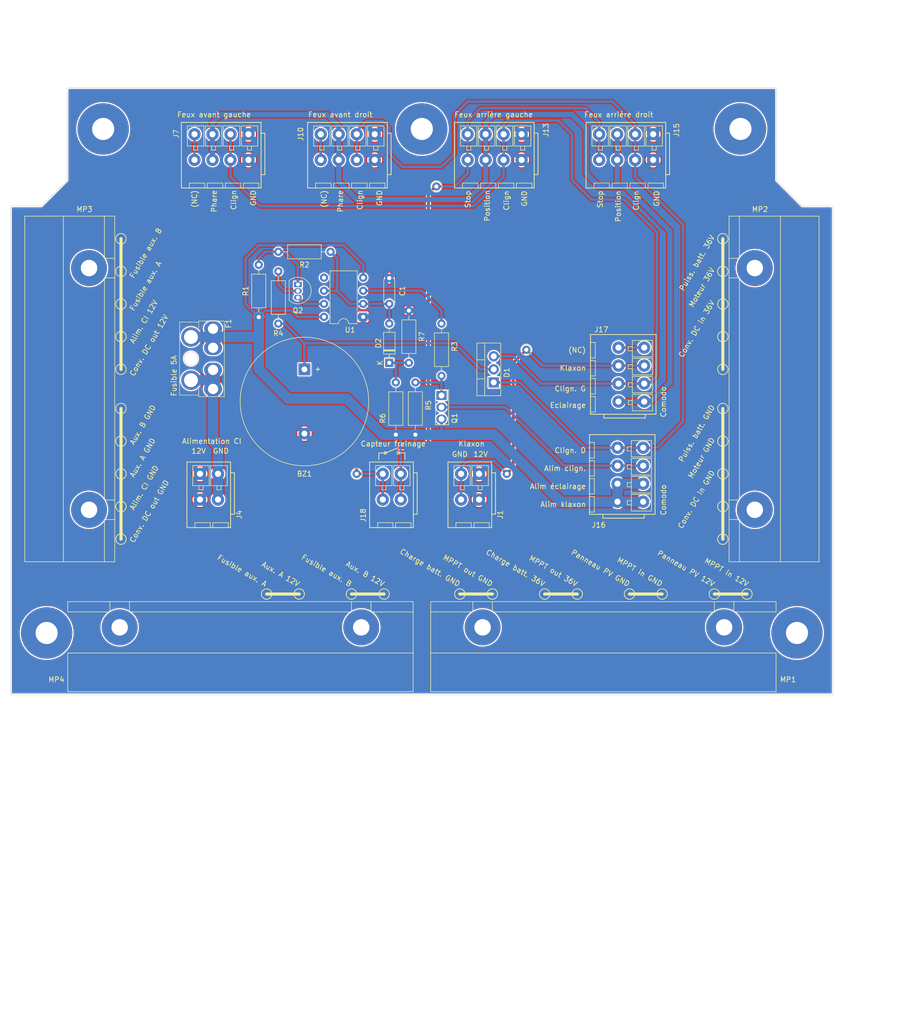
<source format=kicad_pcb>
(kicad_pcb (version 20211014) (generator pcbnew)

  (general
    (thickness 1.6)
  )

  (paper "A4")
  (layers
    (0 "F.Cu" signal)
    (31 "B.Cu" signal)
    (32 "B.Adhes" user "B.Adhesive")
    (33 "F.Adhes" user "F.Adhesive")
    (34 "B.Paste" user)
    (35 "F.Paste" user)
    (36 "B.SilkS" user "B.Silkscreen")
    (37 "F.SilkS" user "F.Silkscreen")
    (38 "B.Mask" user)
    (39 "F.Mask" user)
    (40 "Dwgs.User" user "User.Drawings")
    (41 "Cmts.User" user "User.Comments")
    (42 "Eco1.User" user "User.Eco1")
    (43 "Eco2.User" user "User.Eco2")
    (44 "Edge.Cuts" user)
    (45 "Margin" user)
    (46 "B.CrtYd" user "B.Courtyard")
    (47 "F.CrtYd" user "F.Courtyard")
    (48 "B.Fab" user)
    (49 "F.Fab" user)
    (50 "User.1" user)
    (51 "User.2" user)
    (52 "User.3" user)
    (53 "User.4" user)
    (54 "User.5" user)
    (55 "User.6" user)
    (56 "User.7" user)
    (57 "User.8" user)
    (58 "User.9" user)
  )

  (setup
    (stackup
      (layer "F.SilkS" (type "Top Silk Screen"))
      (layer "F.Paste" (type "Top Solder Paste"))
      (layer "F.Mask" (type "Top Solder Mask") (thickness 0.01))
      (layer "F.Cu" (type "copper") (thickness 0.035))
      (layer "dielectric 1" (type "core") (thickness 1.51) (material "FR4") (epsilon_r 4.5) (loss_tangent 0.02))
      (layer "B.Cu" (type "copper") (thickness 0.035))
      (layer "B.Mask" (type "Bottom Solder Mask") (thickness 0.01))
      (layer "B.Paste" (type "Bottom Solder Paste"))
      (layer "B.SilkS" (type "Bottom Silk Screen"))
      (copper_finish "None")
      (dielectric_constraints no)
    )
    (pad_to_mask_clearance 0)
    (pcbplotparams
      (layerselection 0x00010e0_ffffffff)
      (disableapertmacros false)
      (usegerberextensions false)
      (usegerberattributes true)
      (usegerberadvancedattributes true)
      (creategerberjobfile true)
      (svguseinch false)
      (svgprecision 6)
      (excludeedgelayer true)
      (plotframeref false)
      (viasonmask false)
      (mode 1)
      (useauxorigin false)
      (hpglpennumber 1)
      (hpglpenspeed 20)
      (hpglpendiameter 15.000000)
      (dxfpolygonmode true)
      (dxfimperialunits true)
      (dxfusepcbnewfont true)
      (psnegative false)
      (psa4output false)
      (plotreference true)
      (plotvalue true)
      (plotinvisibletext false)
      (sketchpadsonfab false)
      (subtractmaskfromsilk false)
      (outputformat 1)
      (mirror false)
      (drillshape 0)
      (scaleselection 1)
      (outputdirectory "")
    )
  )

  (net 0 "")
  (net 1 "GND")
  (net 2 "Net-(F1-Pad2)")
  (net 3 "Net-(D1-Pad1)")
  (net 4 "unconnected-(J7-Pad4)")
  (net 5 "unconnected-(J10-Pad4)")
  (net 6 "/Phares")
  (net 7 "Net-(J13-Pad4)")
  (net 8 "Net-(J1-Pad2)")
  (net 9 "/Flasher/Out")
  (net 10 "unconnected-(J17-Pad4)")
  (net 11 "/12V_5A")
  (net 12 "Net-(Q1-Pad1)")
  (net 13 "Net-(C1-Pad1)")
  (net 14 "Net-(D1-Pad3)")
  (net 15 "Net-(Q2-Pad1)")
  (net 16 "unconnected-(U1-Pad5)")
  (net 17 "Net-(Q2-Pad2)")
  (net 18 "/Flasher/Enable")
  (net 19 "Net-(Q2-Pad3)")
  (net 20 "Net-(R3-Pad1)")
  (net 21 "Net-(D2-Pad1)")

  (footprint "circuit:Wago_221-500_SplicingConnectorHolder" (layer "F.Cu") (at 95.25 82.55 90))

  (footprint "circuit:MountingHole_5mm" (layer "F.Cu") (at 87 130))

  (footprint "circuit:Buzzer_25x16_12.5" (layer "F.Cu") (at 137.16 78.74 -90))

  (footprint "circuit:Wago_221-500_SplicingConnectorHolder" (layer "F.Cu") (at 124.714 128.905 180))

  (footprint "circuit:Generic_FuseHolder_MINI" (layer "F.Cu") (at 119.38 70.85 -90))

  (footprint "circuit:TerminalBlock_Wago_2601-3102_1x02_P3.50mm_Vertical" (layer "F.Cu") (at 120.340003 104.06 180))

  (footprint "Resistor_THT:R_Axial_DIN0207_L6.3mm_D2.5mm_P10.16mm_Horizontal" (layer "F.Cu") (at 163.83 69.85 -90))

  (footprint "circuit:MountingHole_5mm" (layer "F.Cu") (at 98 32))

  (footprint "circuit:TerminalBlock_Wago_2601-3104_1x04_P3.50mm_Vertical" (layer "F.Cu") (at 179.410004 38.02 180))

  (footprint "Package_DIP:DIP-8_W7.62mm" (layer "F.Cu") (at 148.59 68.54 180))

  (footprint "circuit:Strap_D2.0mm_Drill1.0mm" (layer "F.Cu") (at 176.53 99.06))

  (footprint "circuit:TerminalBlock_Wago_2601-3104_1x04_P3.50mm_Vertical" (layer "F.Cu") (at 205.010004 38.02 180))

  (footprint "circuit:MountingHole_5mm" (layer "F.Cu") (at 222 32))

  (footprint "circuit:TO-220-3_Vertical" (layer "F.Cu") (at 173.99 81.28 90))

  (footprint "Package_TO_SOT_THT:TO-92L_Inline" (layer "F.Cu") (at 135.89 62.23 -90))

  (footprint "circuit:TerminalBlock_Wago_2601-3104_1x04_P3.50mm_Vertical" (layer "F.Cu") (at 126.270004 38.02 180))

  (footprint "Resistor_THT:R_Axial_DIN0207_L6.3mm_D2.5mm_P10.16mm_Horizontal" (layer "F.Cu") (at 157.48 77.47 90))

  (footprint "circuit:TerminalBlock_Wago_2601-3104_1x04_P3.50mm_Vertical" (layer "F.Cu") (at 198.07 104.480004 90))

  (footprint "Resistor_THT:R_Axial_DIN0207_L6.3mm_D2.5mm_P10.16mm_Horizontal" (layer "F.Cu") (at 158.75 91.44 90))

  (footprint "circuit:Wago_221-500_SplicingConnectorHolder" (layer "F.Cu") (at 224.79 82.55 -90))

  (footprint "Resistor_THT:R_Axial_DIN0207_L6.3mm_D2.5mm_P10.16mm_Horizontal" (layer "F.Cu") (at 132.08 59.69 -90))

  (footprint "circuit:MountingHole_5mm" (layer "F.Cu") (at 160 32))

  (footprint "Resistor_THT:R_Axial_DIN0207_L6.3mm_D2.5mm_P10.16mm_Horizontal" (layer "F.Cu") (at 154.94 91.44 90))

  (footprint "circuit:Strap_D2.0mm_Drill1.0mm" (layer "F.Cu") (at 147.32 99.06))

  (footprint "Resistor_THT:R_Axial_DIN0207_L6.3mm_D2.5mm_P10.16mm_Horizontal" (layer "F.Cu") (at 128.27 68.58 90))

  (footprint "Resistor_THT:R_Axial_DIN0207_L6.3mm_D2.5mm_P10.16mm_Horizontal" (layer "F.Cu") (at 132.08 55.88))

  (footprint "circuit:Strap_D2.0mm_Drill1.0mm" (layer "F.Cu") (at 180.34 74.93))

  (footprint "Capacitor_THT:C_Disc_D4.3mm_W1.9mm_P5.00mm" (layer "F.Cu") (at 153.67 66 90))

  (footprint "circuit:Strap_D2.0mm_Drill1.0mm" (layer "F.Cu") (at 162.83 43.18))

  (footprint "circuit:TerminalBlock_Wago_2601-3102_1x02_P3.50mm_Vertical" (layer "F.Cu") (at 171.140003 104.06 180))

  (footprint "circuit:Wago_221-500_SplicingConnectorHolder" (layer "F.Cu") (at 195.326 128.905 180))

  (footprint "circuit:TerminalBlock_Wago_2601-3102_1x02_P3.50mm_Vertical" (layer "F.Cu") (at 155.900003 104.06 180))

  (footprint "circuit:TerminalBlock_Wago_2601-3104_1x04_P3.50mm_Vertical" (layer "F.Cu") (at 198.2698 85.014998 90))

  (footprint "circuit:TO-251-3_Vertical" (layer "F.Cu") (at 163.83 83.82 -90))

  (footprint "circuit:MountingHole_5mm" (layer "F.Cu") (at 233 130))

  (footprint "circuit:TerminalBlock_Wago_2601-3104_1x04_P3.50mm_Vertical" (layer "F.Cu") (at 150.835004 38.02 180))

  (footprint "Diode_THT:D_DO-35_SOD27_P7.62mm_Horizontal" (layer "F.Cu") (at 153.67 77.47 90))

  (gr_circle (center 218.567 53.34) (end 218.567 54.356) (layer "F.SilkS") (width 0.15) (fill none) (tstamp 00cc452e-ba96-4e88-af55-18733b4ebc37))
  (gr_line (start 152.908 94.996) (end 155.448 93.98) (layer "F.SilkS") (width 0.15) (tstamp 037ebb6b-c1e3-482d-a0fb-4947fbe14174))
  (gr_circle (center 223.266 122.428) (end 224.282 122.428) (layer "F.SilkS") (width 0.15) (fill none) (tstamp 055fcf87-c6aa-4d3a-b430-5d09e34b74e5))
  (gr_circle (center 101.473 92.71) (end 101.473 93.726) (layer "F.SilkS") (width 0.15) (fill none) (tstamp 0b32eb5e-cf7d-4f91-a80b-b69cb363145f))
  (gr_circle (center 101.473 66.04) (end 101.473 67.056) (layer "F.SilkS") (width 0.15) (fill none) (tstamp 0d55e7a3-dc43-43c6-9a9a-2009d8d31a46))
  (gr_circle (center 218.567 111.76) (end 218.567 112.776) (layer "F.SilkS") (width 0.15) (fill none) (tstamp 0e0ef8f7-8f11-42c6-a45f-df3b4592f844))
  (gr_circle (center 101.473 86.36) (end 101.473 87.376) (layer "F.SilkS") (width 0.15) (fill none) (tstamp 1c60a30a-615f-448b-a49b-d8cc700366e8))
  (gr_circle (center 218.567 66.04) (end 218.567 67.056) (layer "F.SilkS") (width 0.15) (fill none) (tstamp 1eb217a3-880e-4df2-9811-286c14ac7f74))
  (gr_circle (center 101.473 59.69) (end 101.473 60.706) (layer "F.SilkS") (width 0.15) (fill none) (tstamp 21c33e54-0519-410a-b68d-8ed076ea3b1e))
  (gr_circle (center 218.567 105.41) (end 218.567 106.426) (layer "F.SilkS") (width 0.15) (fill none) (tstamp 22f715ec-100a-4c8e-ab3e-fe94307aa39f))
  (gr_line (start 151.638 94.996) (end 152.908 94.996) (layer "F.SilkS") (width 0.15) (tstamp 2665a517-cfa8-4700-85c7-f742ee9f908d))
  (gr_line (start 218.567 111.76) (end 218.567 86.36) (layer "F.SilkS") (width 0.6) (tstamp 267ab17e-424b-4c5b-bf96-65deaaa5db5d))
  (gr_line (start 167.386 122.428) (end 173.736 122.428) (layer "F.SilkS") (width 0.6) (tstamp 276e2239-1b6d-4c52-a207-9385ed3216ee))
  (gr_circle (center 200.406 122.428) (end 200.406 123.444) (layer "F.SilkS") (width 0.15) (fill none) (tstamp 30a29d66-4141-4259-8081-d6952d8bac58))
  (gr_line (start 151.638 96.266) (end 151.638 94.996) (layer "F.SilkS") (width 0.15) (tstamp 317163f5-2dcf-44f7-ad22-042c6ecaf6a0))
  (gr_circle (center 218.567 86.36) (end 218.567 87.376) (layer "F.SilkS") (width 0.15) (fill none) (tstamp 3415d0f1-a5ec-4da2-977b-59cdf177a34e))
  (gr_circle (center 152.908 94.996) (end 152.908 95.25) (layer "F.SilkS") (width 0.15) (fill none) (tstamp 3ba68855-4f8b-4d02-b57a-7a757e623ac6))
  (gr_line (start 156.718 96.266) (end 156.718 94.996) (layer "F.SilkS") (width 0.15) (tstamp 4884cbfa-0b58-4e04-88a2-8b0679a49cfe))
  (gr_circle (center 173.736 122.428) (end 174.752 122.428) (layer "F.SilkS") (width 0.15) (fill none) (tstamp 4ae8d5b6-ac5e-42d2-b8f3-c8cc021daa80))
  (gr_circle (center 101.473 72.39) (end 101.473 73.406) (layer "F.SilkS") (width 0.15) (fill none) (tstamp 51e3ee0a-facb-4db4-9532-340a50f8f1f2))
  (gr_circle (center 206.756 122.428) (end 207.772 122.428) (layer "F.SilkS") (width 0.15) (fill none) (tstamp 556aaf9d-07f6-43f6-8fc0-4e9785c941f1))
  (gr_circle (center 101.473 111.76) (end 101.473 112.776) (layer "F.SilkS") (width 0.15) (fill none) (tstamp 5bf0cce5-0f16-48e1-8027-73d52d0770a7))
  (gr_line (start 155.448 94.996) (end 156.718 94.996) (layer "F.SilkS") (width 0.15) (tstamp 64594d5f-3d87-4b12-b761-9dd43370d25f))
  (gr_line (start 101.473 111.76) (end 101.473 86.36) (layer "F.SilkS") (width 0.6) (tstamp 6880ab3e-a6aa-4a14-9152-a9eb9358d1fc))
  (gr_circle (center 152.654 122.428) (end 153.67 122.428) (layer "F.SilkS") (width 0.15) (fill none) (tstamp 6a0bff84-e9d8-41a3-aabe-ad4db7905799))
  (gr_circle (center 155.448 94.996) (end 155.448 95.25) (layer "F.SilkS") (width 0.15) (fill none) (tstamp 70832878-fccb-4304-88d0-2e6b8d58c95c))
  (gr_line (start 129.794 122.428) (end 136.144 122.428) (layer "F.SilkS") (width 0.6) (tstamp 762ff740-3b01-4bc8-872a-9874ec8e35e1))
  (gr_circle (center 218.567 72.39) (end 218.567 73.406) (layer "F.SilkS") (width 0.15) (fill none) (tstamp 82d429c8-e93d-4f0a-b38e-c4998fc025d4))
  (gr_circle (center 218.567 99.06) (end 218.567 100.076) (layer "F.SilkS") (width 0.15) (fill none) (tstamp 8c73b2a6-3a37-44e3-a20a-4d59420eda58))
  (gr_circle (center 136.144 122.428) (end 137.16 122.428) (layer "F.SilkS") (width 0.15) (fill none) (tstamp 8c76b169-ab5a-4294-b011-8cc6dbfede52))
  (gr_line (start 146.304 122.428) (end 152.654 122.428) (layer "F.SilkS") (width 0.6) (tstamp 91be0c4d-31d3-4e82-bf1f-77f12a0724d3))
  (gr_circle (center 101.473 78.74) (end 101.473 79.756) (layer "F.SilkS") (width 0.15) (fill none) (tstamp 92debe54-aa60-4d78-93c4-7bed450025c3))
  (gr_circle (center 183.896 122.428) (end 183.896 123.444) (layer "F.SilkS") (width 0.15) (fill none) (tstamp 9e269d91-7d17-4c00-b467-153271320d02))
  (gr_line (start 200.406 122.428) (end 206.756 122.428) (layer "F.SilkS") (width 0.6) (tstamp 9f5f49d5-5120-4673-b032-f8b828707780))
  (gr_circle (center 218.567 78.74) (end 218.567 79.756) (layer "F.SilkS") (width 0.15) (fill none) (tstamp ae522db0-de0e-46c6-a5db-2a3e5dc1e2c8))
  (gr_line (start 183.896 122.428) (end 190.246 122.428) (layer "F.SilkS") (width 0.6) (tstamp b9dd1e64-81b6-4cb3-a41a-714927a1f651))
  (gr_line (start 216.916 122.428) (end 223.266 122.428) (layer "F.SilkS") (width 0.6) (tstamp bd1578a3-4a14-4bd9-bd84-0de04e146746))
  (gr_line (start 218.567 78.74) (end 218.567 53.34) (layer "F.SilkS") (width 0.6) (tstamp c385224b-423f-40f8-919d-7bb5706505b4))
  (gr_circle (center 101.473 53.34) (end 101.473 54.356) (layer "F.SilkS") (width 0.15) (fill none) (tstamp c52275f8-949a-4fec-91e2-a5d4834b2abf))
  (gr_circle (center 190.246 122.428) (end 191.262 122.428) (layer "F.SilkS") (width 0.15) (fill none) (tstamp c623ebf3-b72b-47a6-99f0-44d878243028))
  (gr_circle (center 146.304 122.428) (end 146.304 123.444) (layer "F.SilkS") (width 0.15) (fill none) (tstamp d76ff1a7-35b0-4008-84bc-2c8ee966a14c))
  (gr_circle (center 218.567 92.71) (end 218.567 93.726) (layer "F.SilkS") (width 0.15) (fill none) (tstamp dd06bd11-c251-457b-b962-c3f96bc19116))
  (gr_circle (center 101.473 105.41) (end 101.473 106.426) (layer "F.SilkS") (width 0.15) (fill none) (tstamp e0a52752-2d8f-477c-9516-b9400a50c85b))
  (gr_line (start 101.473 78.74) (end 101.473 53.34) (layer "F.SilkS") (width 0.6) (tstamp e16a7896-6132-41a2-88b1-6a30824e02f1))
  (gr_circle (center 218.567 59.69) (end 218.567 60.706) (layer "F.SilkS") (width 0.15) (fill none) (tstamp e613b6cd-fa9d-4fee-b77c-739df61b24e7))
  (gr_circle (center 129.794 122.428) (end 129.794 123.444) (layer "F.SilkS") (width 
... [1011041 chars truncated]
</source>
